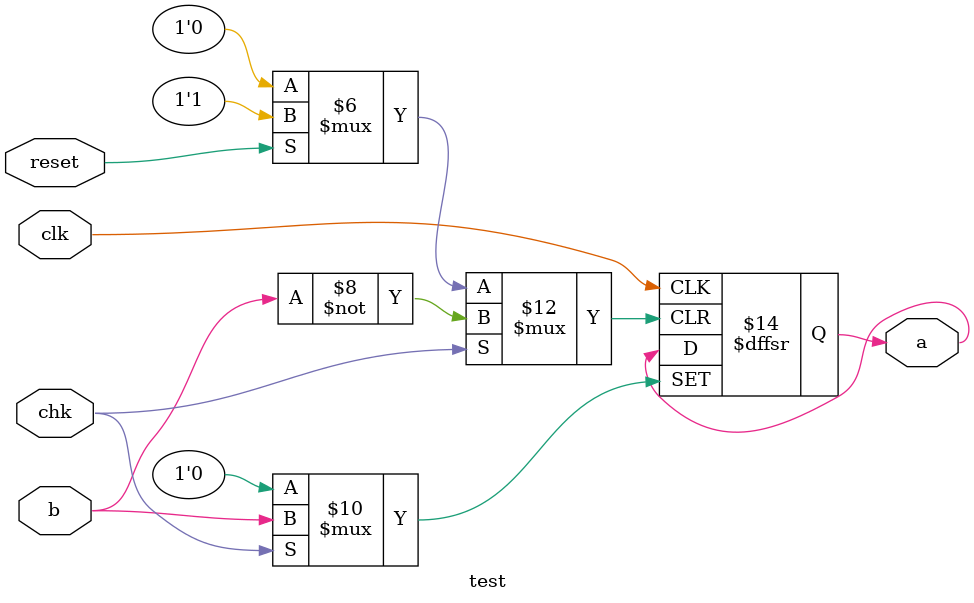
<source format=v>
module test (a, b, clk, reset, chk);
  output a;
  input b, clk, reset, chk;
  reg a;
  always @(posedge clk or posedge reset or posedge chk)
  if (reset)
    a <= 0;
  else if (chk)
    a <= b; //warning here
  else
    a <= a;
endmodule

</source>
